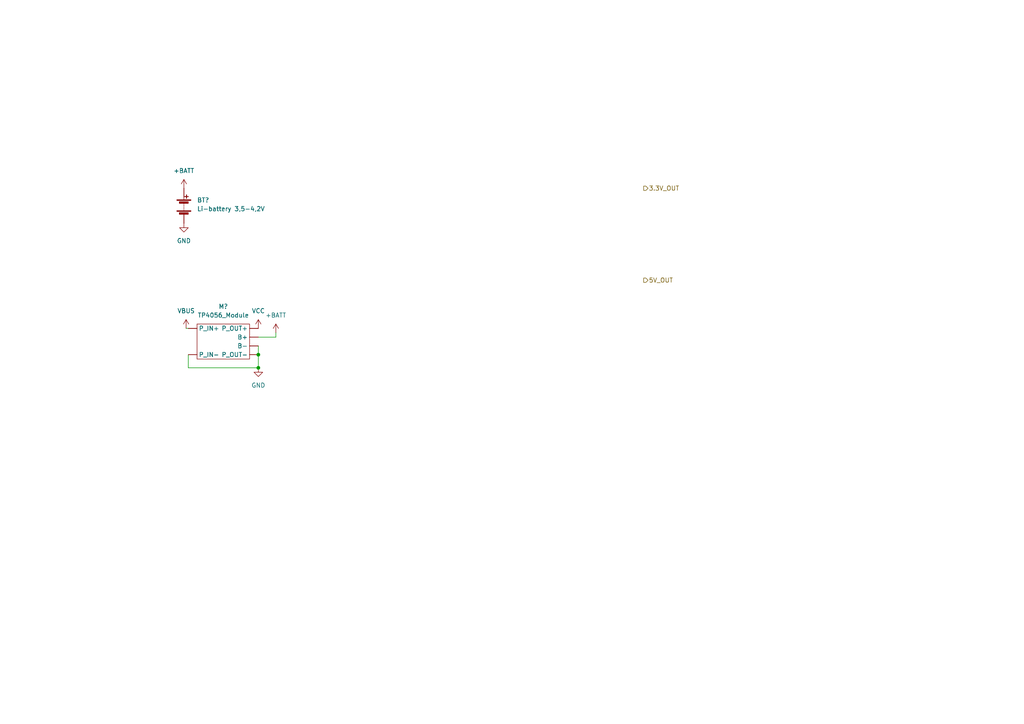
<source format=kicad_sch>
(kicad_sch (version 20211123) (generator eeschema)
  (paper "A4")
  (lib_symbols
    (symbol "Device:Battery" (pin_numbers hide) (pin_names (offset 0) hide)
      (property "Reference" "BT" (at 2.54 2.54 0))
      (property "Value" "Battery" (at 2.54 0 0))
      (symbol "Battery_0_1"
        (rectangle (start -2.032 -1.397) (end 2.032 -1.651) (fill (type outline)))
        (rectangle (start -2.032 1.778) (end 2.032 1.524) (fill (type outline)))
        (rectangle (start -1.3208 -1.9812) (end 1.27 -2.4892) (fill (type outline)))
        (rectangle (start -1.3208 1.1938) (end 1.27 0.6858) (fill (type outline)))
        (polyline (pts (xy 0 -1.524) (xy 0 -1.27)))
        (polyline (pts (xy 0 -1.016) (xy 0 -0.762)))
        (polyline (pts (xy 0 -0.508) (xy 0 -0.254)))
        (polyline (pts (xy 0 0) (xy 0 0.254)))
        (polyline (pts (xy 0 0.508) (xy 0 0.762)))
        (polyline (pts (xy 0 1.778) (xy 0 2.54)))
        (polyline (pts (xy 0.254 2.667) (xy 1.27 2.667)) (stroke (width 0.254)))
        (polyline (pts (xy 0.762 3.175) (xy 0.762 2.159)) (stroke (width 0.254)))
      )
      (symbol "Battery_1_1"
        (pin passive line (at 0 5.08 270) (length 2.54) (name "+") (number "1"))
        (pin passive line (at 0 -5.08 90) (length 2.54) (name "-") (number "2"))
      )
    )
    (symbol "power:+BATT" (power) (pin_names (offset 0))
      (property "Value" "+BATT" (at 0 3.556 0))
      (symbol "+BATT_0_1"
        (polyline (pts (xy -0.762 1.27) (xy 0 2.54)))
        (polyline (pts (xy 0 0) (xy 0 2.54)))
        (polyline (pts (xy 0 2.54) (xy 0.762 1.27)))
      )
      (symbol "+BATT_1_1"
        (pin power_in line (at 0 0 90) (length 0) hide (name "+BATT") (number "1"))
      )
    )
    (symbol "power:GND" (power) (pin_names (offset 0))
      (property "Value" "GND" (at 0 -3.81 0))
      (symbol "GND_0_1"
        (polyline (pts (xy 0 0) (xy 0 -1.27) (xy 1.27 -1.27) (xy 0 -2.54) (xy -1.27 -1.27) (xy 0 -1.27)))
      )
      (symbol "GND_1_1"
        (pin power_in line (at 0 0 270) (length 0) hide (name "GND") (number "1"))
      )
    )
    (symbol "power:VBUS" (power) (pin_names (offset 0))
      (property "Value" "VBUS" (at 0 3.81 0))
      (symbol "VBUS_0_1"
        (polyline (pts (xy -0.762 1.27) (xy 0 2.54)))
        (polyline (pts (xy 0 0) (xy 0 2.54)))
        (polyline (pts (xy 0 2.54) (xy 0.762 1.27)))
      )
      (symbol "VBUS_1_1"
        (pin power_in line (at 0 0 90) (length 0) hide (name "VBUS") (number "1"))
      )
    )
    (symbol "power:VCC" (power) (pin_names (offset 0))
      (property "Value" "VCC" (at 0 3.81 0))
      (symbol "VCC_0_1"
        (polyline (pts (xy -0.762 1.27) (xy 0 2.54)))
        (polyline (pts (xy 0 0) (xy 0 2.54)))
        (polyline (pts (xy 0 2.54) (xy 0.762 1.27)))
      )
      (symbol "VCC_1_1"
        (pin power_in line (at 0 0 90) (length 0) hide (name "VCC") (number "1"))
      )
    )
    (symbol "testapparaat_symbols:TP4056_Module"
      (property "Reference" "M" (at 0 15.24 0))
      (property "Value" "TP4056_Module" (at 0 12.7 0))
      (symbol "TP4056_Module_0_1"
        (rectangle (start -7.62 10.16) (end 7.62 0))
      )
      (symbol "TP4056_Module_1_1"
        (pin power_out line (at 10.16 6.35 180) (length 2.54) (name "B+") (number ""))
        (pin power_out line (at 10.16 3.81 180) (length 2.54) (name "B-") (number ""))
        (pin power_in line (at -10.16 8.89 0) (length 2.54) (name "P_IN+") (number ""))
        (pin power_in line (at -10.16 1.27 0) (length 2.54) (name "P_IN-") (number ""))
        (pin power_out line (at 10.16 8.89 180) (length 2.54) (name "P_OUT+") (number ""))
        (pin power_out line (at 10.16 1.27 180) (length 2.54) (name "P_OUT-") (number ""))
      )
    )
  )
  (junction (at 74.93 106.68))
  (junction (at 74.93 102.87))
  (wire (pts (xy 54.61 106.68) (xy 74.93 106.68)))
  (wire (pts (xy 74.93 100.33) (xy 74.93 102.87)))
  (wire (pts (xy 74.93 102.87) (xy 74.93 106.68)))
  (wire (pts (xy 74.93 97.79) (xy 80.01 97.79)))
  (wire (pts (xy 53.975 95.25) (xy 54.61 95.25)))
  (wire (pts (xy 54.61 102.87) (xy 54.61 106.68)))
  (wire (pts (xy 80.01 97.79) (xy 80.01 96.52)))
  (hierarchical_label "3.3V_OUT" (shape output) (at 186.69 54.61 0))
  (hierarchical_label "5V_OUT" (shape output) (at 186.69 81.28 0))
  (symbol (lib_id "Device:Battery") (at 53.34 59.69 0) (unit 1)
    (property "Reference" "BT?" (at 57.15 58.0389 0) (effects (justify left)))
    (property "Value" "Li-battery 3,5-4,2V" (at 57.15 60.5789 0) (effects (justify left)))
  )
  (symbol (lib_id "power:GND") (at 74.93 106.68 0) (unit 1)
    (property "Reference" "#PWR?" (effects hide))
    (property "Value" "GND" (at 74.93 111.76 0))
  )
  (symbol (lib_id "power:GND") (at 53.34 64.77 0) (unit 1)
    (property "Reference" "#PWR?" (effects hide))
    (property "Value" "GND" (at 53.34 69.85 0))
  )
  (symbol (lib_id "power:VBUS") (at 53.975 95.25 0) (unit 1)
    (property "Reference" "#PWR?" (effects hide))
    (property "Value" "VBUS" (at 53.975 90.17 0))
  )
  (symbol (lib_id "testapparaat_symbols:TP4056_Module") (at 64.77 104.14 0) (unit 1)
    (property "Reference" "M?" (at 64.77 88.9 0))
    (property "Value" "TP4056_Module" (at 64.77 91.44 0))
    (property "Footprint" "testapparaat_footprint:4056E_LiIon_Charger" (effects hide))
  )
  (symbol (lib_id "power:+BATT") (at 53.34 54.61 0) (unit 1)
    (property "Reference" "#PWR?" (effects hide))
    (property "Value" "+BATT" (at 53.34 49.53 0))
  )
  (symbol (lib_id "power:VCC") (at 74.93 95.25 0) (unit 1)
    (property "Reference" "#PWR?" (effects hide))
    (property "Value" "VCC" (at 74.93 90.17 0))
  )
  (symbol (lib_id "power:+BATT") (at 80.01 96.52 0) (unit 1)
    (property "Reference" "#PWR?" (effects hide))
    (property "Value" "+BATT" (at 80.01 91.44 0))
  )
)
</source>
